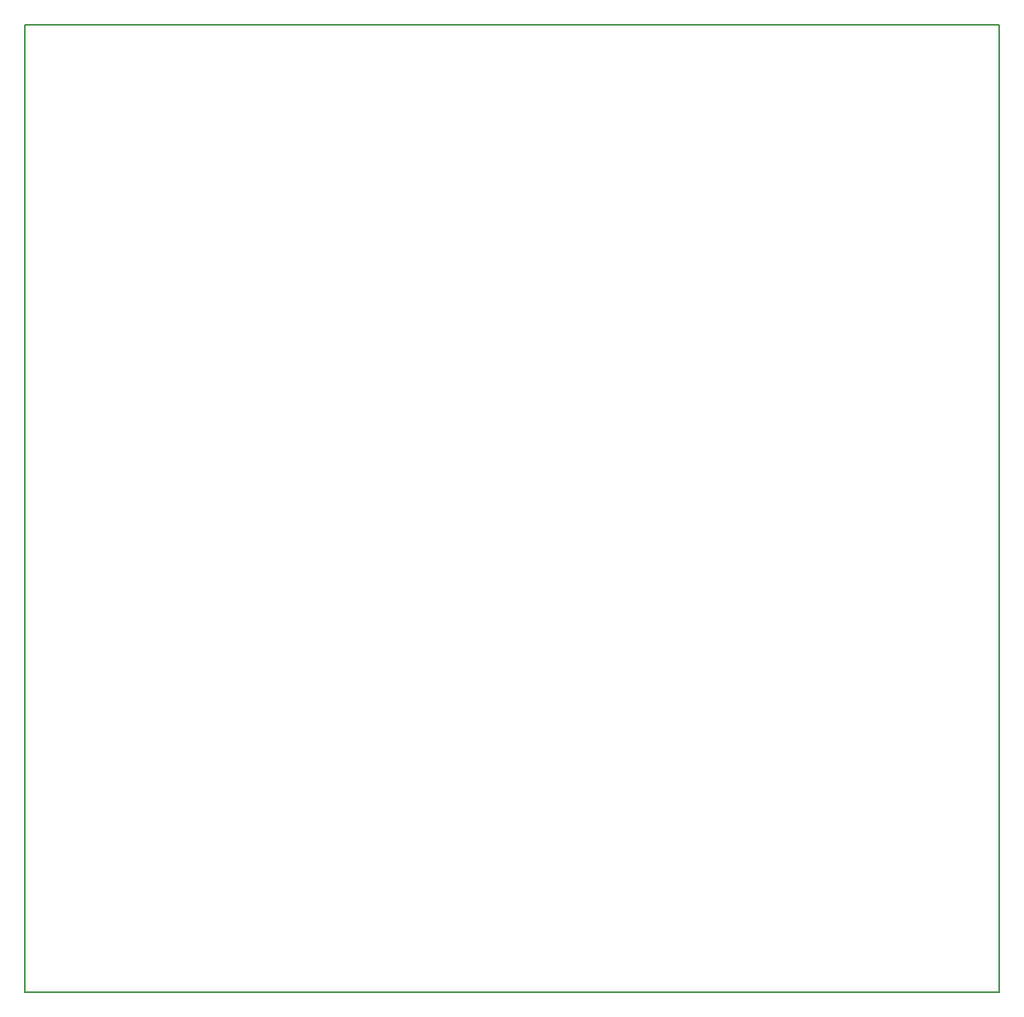
<source format=gbr>
G04 #@! TF.FileFunction,Profile,NP*
%FSLAX46Y46*%
G04 Gerber Fmt 4.6, Leading zero omitted, Abs format (unit mm)*
G04 Created by KiCad (PCBNEW 4.0.7) date 01/18/18 14:45:31*
%MOMM*%
%LPD*%
G01*
G04 APERTURE LIST*
%ADD10C,0.100000*%
%ADD11C,0.150000*%
G04 APERTURE END LIST*
D10*
D11*
X97917000Y-174244000D02*
X97917000Y-75184000D01*
X197612000Y-174244000D02*
X97917000Y-174244000D01*
X197612000Y-75184000D02*
X197612000Y-174244000D01*
X97917000Y-75184000D02*
X197612000Y-75184000D01*
M02*

</source>
